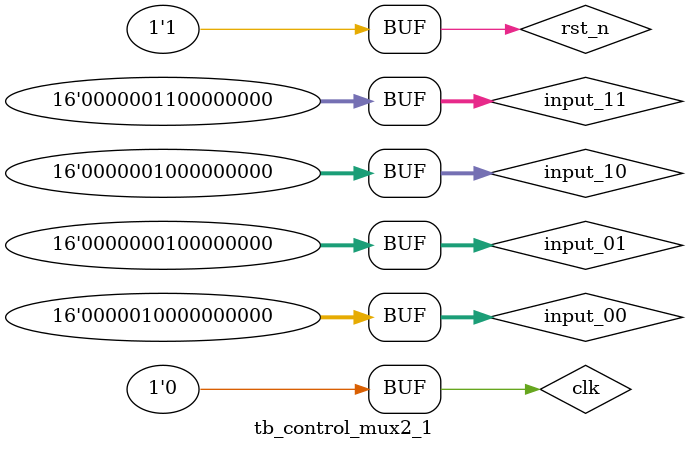
<source format=v>
`timescale 1ns / 1ps
`include "control_mux2_1.v"
`include "mux2_1.v"

/*
We're gonna test this matrix
[ 4 1
  2 3 ]		  
*/

module tb_control_mux2_1;
parameter WIDTH = 16;

// Input for mux & controller module
reg clk, rst_n;
reg [WIDTH-1:0] input_00, input_01;
reg [WIDTH-1:0] input_10, input_11;

// Output for mux & controller module
wire [WIDTH-1:0] out0, out1;
wire [1:0] mux_reset;

// Control Unit
control_mux2_1 cu_inst (.clk(clk), .rst_n(rst_n), .mux_reset(mux_reset)); 

// Mux inst
mux2_1 #(.WIDTH(WIDTH)) mux_inst0 (.clk(clk), .rst_n(mux_reset[1]), .input_0(input_00), .input_1(input_01), .out(out0));
mux2_1 #(.WIDTH(WIDTH)) mux_inst1 (.clk(clk), .rst_n(mux_reset[0]), .input_0(input_10), .input_1(input_11), .out(out1));

initial begin
    rst_n <= 0;
    clk <= 0;
	#1
	input_00 = 0;
	input_01 = 0;
    input_10 = 0;
    input_11 = 0;
	rst_n <=1;
    #9;
end


// Clock generation
initial begin
	repeat(50)
		#5 clk <= ~clk;
end

// Behavior
initial begin
	#10 input_00 = 16'h0400;
		input_01 = 16'h0100;
		
		input_10 = 16'h0200;
		input_11 = 16'h0300;
end


// Dumping to see the waveform file
initial begin
    // Set up VCD dump file
    $dumpfile("tb_control_mux2_1.vcd");  // VCD output file
    $dumpvars(0, tb_control_mux2_1);      // Dump all variables in the testbench
end


endmodule
</source>
